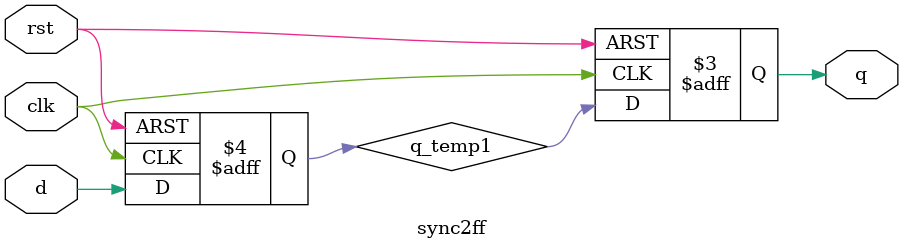
<source format=sv>

module sync2ff (
  input clk, rst, d,
  output logic q
);
  // 1st dff
  logic q_temp1, q_temp2;  
  always_ff @(posedge clk or posedge rst) begin
    if (rst) q_temp1 <= 1'd0;
    else
      q_temp1 <= d;
  end
  // //2st dff
  // always_ff @(posedge clk or posedge rst) begin
  //   if (rst) q_temp2 <= 1'd0;
  //   else     q_temp2 <= q_temp1;
  // end
  //3st dff
  always_ff @(posedge clk or posedge rst) begin
    if (rst) q <= 1'd0;
    else     q <= q_temp1;
  end
endmodule
</source>
